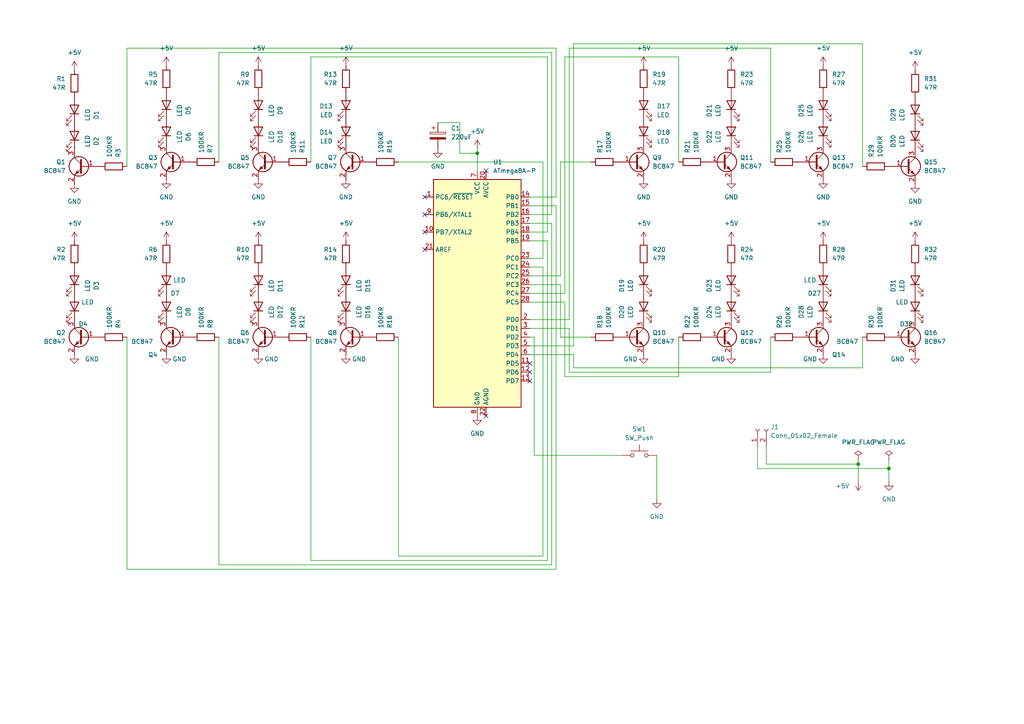
<source format=kicad_sch>
(kicad_sch (version 20211123) (generator eeschema)
  (paper "A4")
  (lib_symbols
    (symbol "Connector:Conn_01x02_Female" (pin_names (offset 1.016) hide)
      (property "Reference" "J" (at 0 2.54 0))
      (property "Value" "Conn_01x02_Female" (at 0 -5.08 0))
      (symbol "Conn_01x02_Female_1_1"
        (arc (start 0 -2.032) (mid -0.508 -2.54) (end 0 -3.048) (stroke (width 0.1524)))
        (polyline (pts (xy -1.27 -2.54) (xy -0.508 -2.54)) (stroke (width 0.1524)))
        (polyline (pts (xy -1.27 0) (xy -0.508 0)) (stroke (width 0.1524)))
        (arc (start 0 0.508) (mid -0.508 0) (end 0 -0.508) (stroke (width 0.1524)))
        (pin passive line (at -5.08 0 0) (length 3.81) (name "Pin_1") (number "1"))
        (pin passive line (at -5.08 -2.54 0) (length 3.81) (name "Pin_2") (number "2"))
      )
    )
    (symbol "Device:C_Polarized" (pin_numbers hide) (pin_names (offset 0.254))
      (property "Reference" "C" (at 0.635 2.54 0))
      (property "Value" "C_Polarized" (at 0.635 -2.54 0))
      (symbol "C_Polarized_0_1"
        (rectangle (start -2.286 0.508) (end 2.286 1.016))
        (polyline (pts (xy -1.778 2.286) (xy -0.762 2.286)))
        (polyline (pts (xy -1.27 2.794) (xy -1.27 1.778)))
        (rectangle (start 2.286 -0.508) (end -2.286 -1.016) (fill (type outline)))
      )
      (symbol "C_Polarized_1_1"
        (pin passive line (at 0 3.81 270) (length 2.794) (name "~") (number "1"))
        (pin passive line (at 0 -3.81 90) (length 2.794) (name "~") (number "2"))
      )
    )
    (symbol "Device:LED" (pin_numbers hide) (pin_names (offset 1.016) hide)
      (property "Reference" "D" (at 0 2.54 0))
      (property "Value" "LED" (at 0 -2.54 0))
      (symbol "LED_0_1"
        (polyline (pts (xy -1.27 -1.27) (xy -1.27 1.27)) (stroke (width 0.254)))
        (polyline (pts (xy -1.27 0) (xy 1.27 0)))
        (polyline (pts (xy 1.27 -1.27) (xy 1.27 1.27) (xy -1.27 0) (xy 1.27 -1.27)) (stroke (width 0.254)))
        (polyline (pts (xy -3.048 -0.762) (xy -4.572 -2.286) (xy -3.81 -2.286) (xy -4.572 -2.286) (xy -4.572 -1.524)))
        (polyline (pts (xy -1.778 -0.762) (xy -3.302 -2.286) (xy -2.54 -2.286) (xy -3.302 -2.286) (xy -3.302 -1.524)))
      )
      (symbol "LED_1_1"
        (pin passive line (at -3.81 0 0) (length 2.54) (name "K") (number "1"))
        (pin passive line (at 3.81 0 180) (length 2.54) (name "A") (number "2"))
      )
    )
    (symbol "Device:R" (pin_numbers hide) (pin_names (offset 0))
      (property "Reference" "R" (at 2.032 0 90))
      (property "Value" "R" (at 0 0 90))
      (symbol "R_0_1"
        (rectangle (start -1.016 -2.54) (end 1.016 2.54) (stroke (width 0.254)))
      )
      (symbol "R_1_1"
        (pin passive line (at 0 3.81 270) (length 1.27) (name "~") (number "1"))
        (pin passive line (at 0 -3.81 90) (length 1.27) (name "~") (number "2"))
      )
    )
    (symbol "MCU_Microchip_ATmega:ATmega8A-P"
      (property "Reference" "U" (at -12.7 34.29 0))
      (property "Value" "ATmega8A-P" (at 5.08 -34.29 0))
      (symbol "ATmega8A-P_0_1"
        (rectangle (start -12.7 -33.02) (end 12.7 33.02) (stroke (width 0.254)) (fill (type background)))
      )
      (symbol "ATmega8A-P_1_1"
        (pin bidirectional line (at -15.24 27.94 0) (length 2.54) (name "PC6/~{RESET}") (number "1"))
        (pin bidirectional line (at -15.24 17.78 0) (length 2.54) (name "PB7/XTAL2") (number "10"))
        (pin bidirectional line (at 15.24 -20.32 180) (length 2.54) (name "PD5") (number "11"))
        (pin bidirectional line (at 15.24 -22.86 180) (length 2.54) (name "PD6") (number "12"))
        (pin bidirectional line (at 15.24 -25.4 180) (length 2.54) (name "PD7") (number "13"))
        (pin bidirectional line (at 15.24 27.94 180) (length 2.54) (name "PB0") (number "14"))
        (pin bidirectional line (at 15.24 25.4 180) (length 2.54) (name "PB1") (number "15"))
        (pin bidirectional line (at 15.24 22.86 180) (length 2.54) (name "PB2") (number "16"))
        (pin bidirectional line (at 15.24 20.32 180) (length 2.54) (name "PB3") (number "17"))
        (pin bidirectional line (at 15.24 17.78 180) (length 2.54) (name "PB4") (number "18"))
        (pin bidirectional line (at 15.24 15.24 180) (length 2.54) (name "PB5") (number "19"))
        (pin bidirectional line (at 15.24 -7.62 180) (length 2.54) (name "PD0") (number "2"))
        (pin power_in line (at 2.54 35.56 270) (length 2.54) (name "AVCC") (number "20"))
        (pin passive line (at -15.24 12.7 0) (length 2.54) (name "AREF") (number "21"))
        (pin power_in line (at 2.54 -35.56 90) (length 2.54) (name "AGND") (number "22"))
        (pin bidirectional line (at 15.24 10.16 180) (length 2.54) (name "PC0") (number "23"))
        (pin bidirectional line (at 15.24 7.62 180) (length 2.54) (name "PC1") (number "24"))
        (pin bidirectional line (at 15.24 5.08 180) (length 2.54) (name "PC2") (number "25"))
        (pin bidirectional line (at 15.24 2.54 180) (length 2.54) (name "PC3") (number "26"))
        (pin bidirectional line (at 15.24 0 180) (length 2.54) (name "PC4") (number "27"))
        (pin bidirectional line (at 15.24 -2.54 180) (length 2.54) (name "PC5") (number "28"))
        (pin bidirectional line (at 15.24 -10.16 180) (length 2.54) (name "PD1") (number "3"))
        (pin bidirectional line (at 15.24 -12.7 180) (length 2.54) (name "PD2") (number "4"))
        (pin bidirectional line (at 15.24 -15.24 180) (length 2.54) (name "PD3") (number "5"))
        (pin bidirectional line (at 15.24 -17.78 180) (length 2.54) (name "PD4") (number "6"))
        (pin power_in line (at 0 35.56 270) (length 2.54) (name "VCC") (number "7"))
        (pin power_in line (at 0 -35.56 90) (length 2.54) (name "GND") (number "8"))
        (pin bidirectional line (at -15.24 22.86 0) (length 2.54) (name "PB6/XTAL1") (number "9"))
      )
    )
    (symbol "Switch:SW_Push" (pin_numbers hide) (pin_names (offset 1.016) hide)
      (property "Reference" "SW" (at 1.27 2.54 0))
      (property "Value" "SW_Push" (at 0 -1.524 0))
      (symbol "SW_Push_0_1"
        (circle (center -2.032 0) (radius 0.508))
        (polyline (pts (xy 0 1.27) (xy 0 3.048)))
        (polyline (pts (xy 2.54 1.27) (xy -2.54 1.27)))
        (circle (center 2.032 0) (radius 0.508))
        (pin passive line (at -5.08 0 0) (length 2.54) (name "1") (number "1"))
        (pin passive line (at 5.08 0 180) (length 2.54) (name "2") (number "2"))
      )
    )
    (symbol "Transistor_BJT:BC847" (pin_names (offset 0) hide)
      (property "Reference" "Q" (at 5.08 1.905 0))
      (property "Value" "BC847" (at 5.08 0 0))
      (symbol "BC847_0_1"
        (polyline (pts (xy 0.635 0.635) (xy 2.54 2.54)))
        (polyline (pts (xy 0.635 -0.635) (xy 2.54 -2.54) (xy 2.54 -2.54)))
        (polyline (pts (xy 0.635 1.905) (xy 0.635 -1.905) (xy 0.635 -1.905)) (stroke (width 0.508)))
        (polyline (pts (xy 1.27 -1.778) (xy 1.778 -1.27) (xy 2.286 -2.286) (xy 1.27 -1.778) (xy 1.27 -1.778)) (fill (type outline)))
        (circle (center 1.27 0) (radius 2.8194) (stroke (width 0.254)))
      )
      (symbol "BC847_1_1"
        (pin input line (at -5.08 0 0) (length 5.715) (name "B") (number "1"))
        (pin passive line (at 2.54 -5.08 90) (length 2.54) (name "E") (number "2"))
        (pin passive line (at 2.54 5.08 270) (length 2.54) (name "C") (number "3"))
      )
    )
    (symbol "power:+5V" (power) (pin_names (offset 0))
      (property "Value" "+5V" (at 0 3.556 0))
      (symbol "+5V_0_1"
        (polyline (pts (xy -0.762 1.27) (xy 0 2.54)))
        (polyline (pts (xy 0 0) (xy 0 2.54)))
        (polyline (pts (xy 0 2.54) (xy 0.762 1.27)))
      )
      (symbol "+5V_1_1"
        (pin power_in line (at 0 0 90) (length 0) hide (name "+5V") (number "1"))
      )
    )
    (symbol "power:GND" (power) (pin_names (offset 0))
      (property "Value" "GND" (at 0 -3.81 0))
      (symbol "GND_0_1"
        (polyline (pts (xy 0 0) (xy 0 -1.27) (xy 1.27 -1.27) (xy 0 -2.54) (xy -1.27 -1.27) (xy 0 -1.27)))
      )
      (symbol "GND_1_1"
        (pin power_in line (at 0 0 270) (length 0) hide (name "GND") (number "1"))
      )
    )
    (symbol "power:PWR_FLAG" (power) (pin_numbers hide) (pin_names (offset 0) hide)
      (property "Value" "PWR_FLAG" (at 0 3.81 0))
      (symbol "PWR_FLAG_0_0"
        (pin power_out line (at 0 0 90) (length 0) (name "pwr") (number "1"))
      )
      (symbol "PWR_FLAG_0_1"
        (polyline (pts (xy 0 0) (xy 0 1.27) (xy -1.016 1.905) (xy 0 2.54) (xy 1.016 1.905) (xy 0 1.27)))
      )
    )
  )
  (junction (at 248.92 134.62))
  (junction (at 138.43 44.45))
  (junction (at 257.81 135.89))
  (no_connect (at 123.19 72.39))
  (no_connect (at 140.97 120.65))
  (no_connect (at 123.19 57.15))
  (no_connect (at 123.19 62.23))
  (no_connect (at 123.19 67.31))
  (no_connect (at 140.97 49.53))
  (no_connect (at 153.67 105.41))
  (no_connect (at 153.67 107.95))
  (no_connect (at 153.67 110.49))
  (wire (pts (xy 250.19 106.68) (xy 250.19 97.79)))
  (wire (pts (xy 163.83 109.22) (xy 196.85 109.22)))
  (wire (pts (xy 161.29 165.1) (xy 36.83 165.1)))
  (wire (pts (xy 165.1 13.97) (xy 223.52 13.97)))
  (wire (pts (xy 257.81 133.35) (xy 257.81 135.89)))
  (wire (pts (xy 165.1 107.95) (xy 223.52 107.95)))
  (wire (pts (xy 219.71 135.89) (xy 257.81 135.89)))
  (wire (pts (xy 161.29 59.69) (xy 161.29 165.1)))
  (wire (pts (xy 160.02 163.83) (xy 63.5 163.83)))
  (wire (pts (xy 166.37 102.87) (xy 153.67 102.87)))
  (wire (pts (xy 90.17 16.51) (xy 90.17 46.99)))
  (wire (pts (xy 133.35 44.45) (xy 138.43 44.45)))
  (wire (pts (xy 158.75 67.31) (xy 158.75 16.51)))
  (wire (pts (xy 180.34 132.08) (xy 154.94 132.08)))
  (wire (pts (xy 196.85 109.22) (xy 196.85 97.79)))
  (wire (pts (xy 161.29 13.97) (xy 36.83 13.97)))
  (wire (pts (xy 153.67 92.71) (xy 165.1 92.71)))
  (wire (pts (xy 165.1 107.95) (xy 165.1 95.25)))
  (wire (pts (xy 163.83 85.09) (xy 153.67 85.09)))
  (wire (pts (xy 219.71 129.54) (xy 219.71 135.89)))
  (wire (pts (xy 248.92 133.35) (xy 248.92 134.62)))
  (wire (pts (xy 90.17 16.51) (xy 158.75 16.51)))
  (wire (pts (xy 161.29 57.15) (xy 161.29 13.97)))
  (wire (pts (xy 223.52 107.95) (xy 223.52 97.79)))
  (wire (pts (xy 63.5 15.24) (xy 63.5 46.99)))
  (wire (pts (xy 154.94 132.08) (xy 154.94 97.79)))
  (wire (pts (xy 157.48 77.47) (xy 153.67 77.47)))
  (wire (pts (xy 115.57 97.79) (xy 115.57 161.29)))
  (wire (pts (xy 36.83 13.97) (xy 36.83 48.26)))
  (wire (pts (xy 158.75 162.56) (xy 90.17 162.56)))
  (wire (pts (xy 163.83 87.63) (xy 153.67 87.63)))
  (wire (pts (xy 154.94 97.79) (xy 153.67 97.79)))
  (wire (pts (xy 190.5 132.08) (xy 190.5 144.78)))
  (wire (pts (xy 257.81 135.89) (xy 257.81 139.7)))
  (wire (pts (xy 153.67 74.93) (xy 157.48 74.93)))
  (wire (pts (xy 160.02 62.23) (xy 160.02 15.24)))
  (wire (pts (xy 166.37 106.68) (xy 250.19 106.68)))
  (wire (pts (xy 166.37 106.68) (xy 166.37 102.87)))
  (wire (pts (xy 196.85 16.51) (xy 196.85 46.99)))
  (wire (pts (xy 223.52 13.97) (xy 223.52 46.99)))
  (wire (pts (xy 157.48 74.93) (xy 157.48 46.99)))
  (wire (pts (xy 153.67 67.31) (xy 158.75 67.31)))
  (wire (pts (xy 138.43 44.45) (xy 138.43 49.53)))
  (wire (pts (xy 90.17 97.79) (xy 90.17 162.56)))
  (wire (pts (xy 160.02 15.24) (xy 63.5 15.24)))
  (wire (pts (xy 36.83 97.79) (xy 36.83 165.1)))
  (wire (pts (xy 160.02 64.77) (xy 153.67 64.77)))
  (wire (pts (xy 165.1 13.97) (xy 165.1 92.71)))
  (wire (pts (xy 222.25 134.62) (xy 248.92 134.62)))
  (wire (pts (xy 163.83 16.51) (xy 163.83 85.09)))
  (wire (pts (xy 127 35.56) (xy 133.35 35.56)))
  (wire (pts (xy 162.56 97.79) (xy 162.56 82.55)))
  (wire (pts (xy 166.37 12.7) (xy 166.37 100.33)))
  (wire (pts (xy 63.5 97.79) (xy 63.5 163.83)))
  (wire (pts (xy 222.25 129.54) (xy 222.25 134.62)))
  (wire (pts (xy 133.35 35.56) (xy 133.35 44.45)))
  (wire (pts (xy 171.45 46.99) (xy 162.56 46.99)))
  (wire (pts (xy 162.56 80.01) (xy 153.67 80.01)))
  (wire (pts (xy 166.37 100.33) (xy 153.67 100.33)))
  (wire (pts (xy 153.67 62.23) (xy 160.02 62.23)))
  (wire (pts (xy 115.57 161.29) (xy 157.48 161.29)))
  (wire (pts (xy 162.56 82.55) (xy 153.67 82.55)))
  (wire (pts (xy 158.75 69.85) (xy 153.67 69.85)))
  (wire (pts (xy 153.67 57.15) (xy 161.29 57.15)))
  (wire (pts (xy 248.92 134.62) (xy 248.92 139.7)))
  (wire (pts (xy 157.48 77.47) (xy 157.48 161.29)))
  (wire (pts (xy 157.48 46.99) (xy 115.57 46.99)))
  (wire (pts (xy 153.67 59.69) (xy 161.29 59.69)))
  (wire (pts (xy 138.43 43.18) (xy 138.43 44.45)))
  (wire (pts (xy 163.83 109.22) (xy 163.83 87.63)))
  (wire (pts (xy 163.83 16.51) (xy 196.85 16.51)))
  (wire (pts (xy 171.45 97.79) (xy 162.56 97.79)))
  (wire (pts (xy 160.02 64.77) (xy 160.02 163.83)))
  (wire (pts (xy 158.75 69.85) (xy 158.75 162.56)))
  (wire (pts (xy 165.1 95.25) (xy 153.67 95.25)))
  (wire (pts (xy 162.56 46.99) (xy 162.56 80.01)))
  (wire (pts (xy 166.37 12.7) (xy 250.19 12.7)))
  (wire (pts (xy 250.19 12.7) (xy 250.19 48.26)))
  (symbol (lib_id "Device:LED") (at 186.69 38.1 90) (unit 1)
    (property "Reference" "D18" (at 190.5 38.4174 90) (effects (justify right)))
    (property "Value" "LED" (at 190.5 40.9574 90) (effects (justify right)))
    (property "Footprint" "LED_SMD:LED_1210_3225Metric_Pad1.42x2.65mm_HandSolder" (effects hide))
  )
  (symbol (lib_id "Transistor_BJT:BC847") (at 50.8 46.99 0) (mirror y) (unit 1)
    (property "Reference" "Q3" (at 45.72 45.7199 0) (effects (justify left)))
    (property "Value" "BC847" (at 45.72 48.2599 0) (effects (justify left)))
    (property "Footprint" "Package_TO_SOT_SMD:SOT-23" (effects hide))
    (property "Datasheet" "http://www.infineon.com/dgdl/Infineon-BC847SERIES_BC848SERIES_BC849SERIES_BC850SERIES-DS-v01_01-en.pdf?fileId=db3a304314dca389011541d4630a1657" (effects hide))
  )
  (symbol (lib_id "Device:R") (at 186.69 22.86 0) (unit 1)
    (property "Reference" "R19" (at 189.23 21.5899 0) (effects (justify left)))
    (property "Value" "47R" (at 189.23 24.1299 0) (effects (justify left)))
    (property "Footprint" "Resistor_SMD:R_1206_3216Metric_Pad1.30x1.75mm_HandSolder" (effects hide))
  )
  (symbol (lib_id "power:GND") (at 138.43 120.65 0) (unit 1)
    (property "Reference" "#PWR0117" (effects hide))
    (property "Value" "GND" (at 138.43 125.73 0))
  )
  (symbol (lib_id "Device:LED") (at 21.59 31.75 270) (mirror x) (unit 1)
    (property "Reference" "D1" (at 27.94 33.3375 0))
    (property "Value" "LED" (at 25.4 33.3375 0))
    (property "Footprint" "LED_SMD:LED_1210_3225Metric_Pad1.42x2.65mm_HandSolder" (effects hide))
  )
  (symbol (lib_id "Transistor_BJT:BC847") (at 236.22 97.79 0) (unit 1)
    (property "Reference" "Q14" (at 241.3 102.87 0) (effects (justify left)))
    (property "Value" "BC847" (at 242.57 99.06 0) (effects (justify left)))
    (property "Footprint" "Package_TO_SOT_SMD:SOT-23" (effects hide))
    (property "Datasheet" "http://www.infineon.com/dgdl/Infineon-BC847SERIES_BC848SERIES_BC849SERIES_BC850SERIES-DS-v01_01-en.pdf?fileId=db3a304314dca389011541d4630a1657" (effects hide))
  )
  (symbol (lib_id "power:+5V") (at 248.92 139.7 0) (mirror x) (unit 1)
    (property "Reference" "#PWR0119" (effects hide))
    (property "Value" "+5V" (at 246.38 140.9699 0) (effects (justify right)))
  )
  (symbol (lib_id "power:+5V") (at 138.43 43.18 0) (unit 1)
    (property "Reference" "#PWR0107" (effects hide))
    (property "Value" "+5V" (at 138.43 38.1 0))
  )
  (symbol (lib_id "power:GND") (at 100.33 52.07 0) (mirror y) (unit 1)
    (property "Reference" "#PWR014" (effects hide))
    (property "Value" "GND" (at 100.33 57.15 0))
  )
  (symbol (lib_id "Device:LED") (at 48.26 81.28 270) (mirror x) (unit 1)
    (property "Reference" "D7" (at 50.8 85.09 90))
    (property "Value" "LED" (at 52.07 81.28 90))
    (property "Footprint" "LED_SMD:LED_1210_3225Metric_Pad1.42x2.65mm_HandSolder" (effects hide))
  )
  (symbol (lib_id "Connector:Conn_01x02_Female") (at 219.71 124.46 90) (unit 1)
    (property "Reference" "J1" (at 223.52 123.8249 90) (effects (justify right)))
    (property "Value" "Conn_01x02_Female" (at 223.52 126.3649 90) (effects (justify right)))
    (property "Footprint" "Connector_Wire:SolderWire-2.5sqmm_1x02_P7.2mm_D2.4mm_OD3.6mm" (effects hide))
  )
  (symbol (lib_id "Device:R") (at 100.33 73.66 0) (mirror y) (unit 1)
    (property "Reference" "R14" (at 97.79 72.3899 0) (effects (justify left)))
    (property "Value" "47R" (at 97.79 74.9299 0) (effects (justify left)))
    (property "Footprint" "Resistor_SMD:R_1206_3216Metric_Pad1.30x1.75mm_HandSolder" (effects hide))
  )
  (symbol (lib_id "Transistor_BJT:BC847") (at 184.15 46.99 0) (unit 1)
    (property "Reference" "Q9" (at 189.23 45.7199 0) (effects (justify left)))
    (property "Value" "BC847" (at 189.23 48.2599 0) (effects (justify left)))
    (property "Footprint" "Package_TO_SOT_SMD:SOT-23" (effects hide))
    (property "Datasheet" "http://www.infineon.com/dgdl/Infineon-BC847SERIES_BC848SERIES_BC849SERIES_BC850SERIES-DS-v01_01-en.pdf?fileId=db3a304314dca389011541d4630a1657" (effects hide))
  )
  (symbol (lib_id "Transistor_BJT:BC847") (at 102.87 97.79 0) (mirror y) (unit 1)
    (property "Reference" "Q8" (at 97.79 96.5199 0) (effects (justify left)))
    (property "Value" "BC847" (at 97.79 99.0599 0) (effects (justify left)))
    (property "Footprint" "Package_TO_SOT_SMD:SOT-23" (effects hide))
    (property "Datasheet" "http://www.infineon.com/dgdl/Infineon-BC847SERIES_BC848SERIES_BC849SERIES_BC850SERIES-DS-v01_01-en.pdf?fileId=db3a304314dca389011541d4630a1657" (effects hide))
  )
  (symbol (lib_id "Transistor_BJT:BC847") (at 50.8 97.79 0) (mirror y) (unit 1)
    (property "Reference" "Q4" (at 45.72 102.87 0) (effects (justify left)))
    (property "Value" "BC847" (at 44.45 99.06 0) (effects (justify left)))
    (property "Footprint" "Package_TO_SOT_SMD:SOT-23" (effects hide))
    (property "Datasheet" "http://www.infineon.com/dgdl/Infineon-BC847SERIES_BC848SERIES_BC849SERIES_BC850SERIES-DS-v01_01-en.pdf?fileId=db3a304314dca389011541d4630a1657" (effects hide))
  )
  (symbol (lib_id "Device:R") (at 200.66 97.79 90) (unit 1)
    (property "Reference" "R22" (at 199.3899 95.25 0) (effects (justify left)))
    (property "Value" "100KR" (at 201.9299 95.25 0) (effects (justify left)))
    (property "Footprint" "Resistor_SMD:R_1206_3216Metric_Pad1.30x1.75mm_HandSolder" (effects hide))
  )
  (symbol (lib_id "Device:R") (at 175.26 46.99 90) (unit 1)
    (property "Reference" "R17" (at 173.9899 44.45 0) (effects (justify left)))
    (property "Value" "100KR" (at 176.5299 44.45 0) (effects (justify left)))
    (property "Footprint" "Resistor_SMD:R_1206_3216Metric_Pad1.30x1.75mm_HandSolder" (effects hide))
  )
  (symbol (lib_id "power:GND") (at 74.93 52.07 0) (mirror y) (unit 1)
    (property "Reference" "#PWR010" (effects hide))
    (property "Value" "GND" (at 74.93 57.15 0))
  )
  (symbol (lib_id "Transistor_BJT:BC847") (at 184.15 97.79 0) (unit 1)
    (property "Reference" "Q10" (at 189.23 96.5199 0) (effects (justify left)))
    (property "Value" "BC847" (at 189.23 99.0599 0) (effects (justify left)))
    (property "Footprint" "Package_TO_SOT_SMD:SOT-23" (effects hide))
    (property "Datasheet" "http://www.infineon.com/dgdl/Infineon-BC847SERIES_BC848SERIES_BC849SERIES_BC850SERIES-DS-v01_01-en.pdf?fileId=db3a304314dca389011541d4630a1657" (effects hide))
  )
  (symbol (lib_id "Transistor_BJT:BC847") (at 24.13 48.26 0) (mirror y) (unit 1)
    (property "Reference" "Q1" (at 19.05 46.9899 0) (effects (justify left)))
    (property "Value" "BC847" (at 19.05 49.5299 0) (effects (justify left)))
    (property "Footprint" "Package_TO_SOT_SMD:SOT-23" (effects hide))
    (property "Datasheet" "http://www.infineon.com/dgdl/Infineon-BC847SERIES_BC848SERIES_BC849SERIES_BC850SERIES-DS-v01_01-en.pdf?fileId=db3a304314dca389011541d4630a1657" (effects hide))
  )
  (symbol (lib_id "power:+5V") (at 186.69 19.05 0) (unit 1)
    (property "Reference" "#PWR0101" (effects hide))
    (property "Value" "+5V" (at 186.69 13.97 0))
  )
  (symbol (lib_id "power:+5V") (at 48.26 69.85 0) (unit 1)
    (property "Reference" "#PWR0103" (effects hide))
    (property "Value" "+5V" (at 48.26 64.77 0))
  )
  (symbol (lib_id "Device:LED") (at 186.69 30.48 90) (unit 1)
    (property "Reference" "D17" (at 190.5 30.7974 90) (effects (justify right)))
    (property "Value" "LED" (at 190.5 33.3374 90) (effects (justify right)))
    (property "Footprint" "LED_SMD:LED_1210_3225Metric_Pad1.42x2.65mm_HandSolder" (effects hide))
  )
  (symbol (lib_id "Device:LED") (at 186.69 88.9 90) (unit 1)
    (property "Reference" "D20" (at 180.34 90.4875 0))
    (property "Value" "LED" (at 182.88 90.4875 0))
    (property "Footprint" "LED_SMD:LED_1210_3225Metric_Pad1.42x2.65mm_HandSolder" (effects hide))
  )
  (symbol (lib_id "power:GND") (at 48.26 102.87 0) (mirror y) (unit 1)
    (property "Reference" "#PWR08" (effects hide))
    (property "Value" "GND" (at 52.07 104.14 0))
  )
  (symbol (lib_id "power:GND") (at 74.93 102.87 0) (mirror y) (unit 1)
    (property "Reference" "#PWR012" (effects hide))
    (property "Value" "GND" (at 78.74 104.14 0))
  )
  (symbol (lib_id "Device:LED") (at 48.26 88.9 270) (mirror x) (unit 1)
    (property "Reference" "D8" (at 54.61 90.4875 0))
    (property "Value" "LED" (at 52.07 90.4875 0))
    (property "Footprint" "LED_SMD:LED_1210_3225Metric_Pad1.42x2.65mm_HandSolder" (effects hide))
  )
  (symbol (lib_id "Device:R") (at 111.76 46.99 270) (mirror x) (unit 1)
    (property "Reference" "R15" (at 113.0301 44.45 0) (effects (justify left)))
    (property "Value" "100KR" (at 110.4901 44.45 0) (effects (justify left)))
    (property "Footprint" "Resistor_SMD:R_1206_3216Metric_Pad1.30x1.75mm_HandSolder" (effects hide))
  )
  (symbol (lib_id "Transistor_BJT:BC847") (at 209.55 97.79 0) (unit 1)
    (property "Reference" "Q12" (at 214.63 96.5199 0) (effects (justify left)))
    (property "Value" "BC847" (at 214.63 99.0599 0) (effects (justify left)))
    (property "Footprint" "Package_TO_SOT_SMD:SOT-23" (effects hide))
    (property "Datasheet" "http://www.infineon.com/dgdl/Infineon-BC847SERIES_BC848SERIES_BC849SERIES_BC850SERIES-DS-v01_01-en.pdf?fileId=db3a304314dca389011541d4630a1657" (effects hide))
  )
  (symbol (lib_id "power:+5V") (at 74.93 69.85 0) (unit 1)
    (property "Reference" "#PWR0118" (effects hide))
    (property "Value" "+5V" (at 74.93 64.77 0))
  )
  (symbol (lib_id "Device:R") (at 212.09 22.86 0) (unit 1)
    (property "Reference" "R23" (at 214.63 21.5899 0) (effects (justify left)))
    (property "Value" "47R" (at 214.63 24.1299 0) (effects (justify left)))
    (property "Footprint" "Resistor_SMD:R_1206_3216Metric_Pad1.30x1.75mm_HandSolder" (effects hide))
  )
  (symbol (lib_id "Device:R") (at 227.33 46.99 90) (unit 1)
    (property "Reference" "R25" (at 226.0599 44.45 0) (effects (justify left)))
    (property "Value" "100KR" (at 228.5999 44.45 0) (effects (justify left)))
    (property "Footprint" "Resistor_SMD:R_1206_3216Metric_Pad1.30x1.75mm_HandSolder" (effects hide))
  )
  (symbol (lib_id "power:+5V") (at 212.09 69.85 0) (unit 1)
    (property "Reference" "#PWR0105" (effects hide))
    (property "Value" "+5V" (at 212.09 64.77 0))
  )
  (symbol (lib_id "Transistor_BJT:BC847") (at 77.47 46.99 0) (mirror y) (unit 1)
    (property "Reference" "Q5" (at 72.39 45.7199 0) (effects (justify left)))
    (property "Value" "BC847" (at 72.39 48.2599 0) (effects (justify left)))
    (property "Footprint" "Package_TO_SOT_SMD:SOT-23" (effects hide))
    (property "Datasheet" "http://www.infineon.com/dgdl/Infineon-BC847SERIES_BC848SERIES_BC849SERIES_BC850SERIES-DS-v01_01-en.pdf?fileId=db3a304314dca389011541d4630a1657" (effects hide))
  )
  (symbol (lib_id "power:GND") (at 212.09 102.87 0) (unit 1)
    (property "Reference" "#PWR026" (effects hide))
    (property "Value" "GND" (at 208.28 104.14 0))
  )
  (symbol (lib_id "power:+5V") (at 21.59 69.85 0) (unit 1)
    (property "Reference" "#PWR0102" (effects hide))
    (property "Value" "+5V" (at 21.59 64.77 0))
  )
  (symbol (lib_id "Device:LED") (at 212.09 38.1 90) (unit 1)
    (property "Reference" "D22" (at 205.74 39.6875 0))
    (property "Value" "LED" (at 208.28 39.6875 0))
    (property "Footprint" "LED_SMD:LED_1210_3225Metric_Pad1.42x2.65mm_HandSolder" (effects hide))
  )
  (symbol (lib_id "Device:LED") (at 74.93 30.48 270) (mirror x) (unit 1)
    (property "Reference" "D9" (at 81.28 32.0675 0))
    (property "Value" "LED" (at 78.74 32.0675 0))
    (property "Footprint" "LED_SMD:LED_1210_3225Metric_Pad1.42x2.65mm_HandSolder" (effects hide))
  )
  (symbol (lib_id "Device:R") (at 227.33 97.79 90) (unit 1)
    (property "Reference" "R26" (at 226.0599 95.25 0) (effects (justify left)))
    (property "Value" "100KR" (at 228.5999 95.25 0) (effects (justify left)))
    (property "Footprint" "Resistor_SMD:R_1206_3216Metric_Pad1.30x1.75mm_HandSolder" (effects hide))
  )
  (symbol (lib_id "power:+5V") (at 265.43 69.85 0) (unit 1)
    (property "Reference" "#PWR0113" (effects hide))
    (property "Value" "+5V" (at 265.43 64.77 0))
  )
  (symbol (lib_id "Device:LED") (at 48.26 38.1 270) (mirror x) (unit 1)
    (property "Reference" "D6" (at 54.61 39.6875 0))
    (property "Value" "LED" (at 52.07 39.6875 0))
    (property "Footprint" "LED_SMD:LED_1210_3225Metric_Pad1.42x2.65mm_HandSolder" (effects hide))
  )
  (symbol (lib_id "power:GND") (at 190.5 144.78 0) (unit 1)
    (property "Reference" "#PWR022" (effects hide))
    (property "Value" "GND" (at 190.5 149.86 0))
  )
  (symbol (lib_id "Device:LED") (at 238.76 88.9 90) (unit 1)
    (property "Reference" "D28" (at 232.41 90.4875 0))
    (property "Value" "LED" (at 234.95 90.4875 0))
    (property "Footprint" "LED_SMD:LED_1210_3225Metric_Pad1.42x2.65mm_HandSolder" (effects hide))
  )
  (symbol (lib_id "Device:LED") (at 100.33 88.9 270) (mirror x) (unit 1)
    (property "Reference" "D16" (at 106.68 90.4875 0))
    (property "Value" "LED" (at 104.14 90.4875 0))
    (property "Footprint" "LED_SMD:LED_1210_3225Metric_Pad1.42x2.65mm_HandSolder" (effects hide))
  )
  (symbol (lib_id "Device:LED") (at 265.43 88.9 90) (unit 1)
    (property "Reference" "D32" (at 262.89 93.98 90))
    (property "Value" "LED" (at 261.62 87.63 90))
    (property "Footprint" "LED_SMD:LED_1210_3225Metric_Pad1.42x2.65mm_HandSolder" (effects hide))
  )
  (symbol (lib_id "Device:LED") (at 265.43 39.37 90) (unit 1)
    (property "Reference" "D30" (at 259.08 40.9575 0))
    (property "Value" "LED" (at 261.62 40.9575 0))
    (property "Footprint" "LED_SMD:LED_1210_3225Metric_Pad1.42x2.65mm_HandSolder" (effects hide))
  )
  (symbol (lib_id "power:GND") (at 257.81 139.7 0) (unit 1)
    (property "Reference" "#PWR0120" (effects hide))
    (property "Value" "GND" (at 257.81 144.78 0))
  )
  (symbol (lib_id "Transistor_BJT:BC847") (at 77.47 97.79 0) (mirror y) (unit 1)
    (property "Reference" "Q6" (at 72.39 96.5199 0) (effects (justify left)))
    (property "Value" "BC847" (at 72.39 99.0599 0) (effects (justify left)))
    (property "Footprint" "Package_TO_SOT_SMD:SOT-23" (effects hide))
    (property "Datasheet" "http://www.infineon.com/dgdl/Infineon-BC847SERIES_BC848SERIES_BC849SERIES_BC850SERIES-DS-v01_01-en.pdf?fileId=db3a304314dca389011541d4630a1657" (effects hide))
  )
  (symbol (lib_id "Device:R") (at 254 48.26 90) (unit 1)
    (property "Reference" "R29" (at 252.7299 45.72 0) (effects (justify left)))
    (property "Value" "100KR" (at 255.2699 45.72 0) (effects (justify left)))
    (property "Footprint" "Resistor_SMD:R_1206_3216Metric_Pad1.30x1.75mm_HandSolder" (effects hide))
  )
  (symbol (lib_id "Device:LED") (at 238.76 30.48 90) (unit 1)
    (property "Reference" "D25" (at 232.41 32.0675 0))
    (property "Value" "LED" (at 234.95 32.0675 0))
    (property "Footprint" "LED_SMD:LED_1210_3225Metric_Pad1.42x2.65mm_HandSolder" (effects hide))
  )
  (symbol (lib_id "Device:LED") (at 21.59 39.37 270) (mirror x) (unit 1)
    (property "Reference" "D2" (at 27.94 40.9575 0))
    (property "Value" "LED" (at 25.4 40.9575 0))
    (property "Footprint" "LED_SMD:LED_1210_3225Metric_Pad1.42x2.65mm_HandSolder" (effects hide))
  )
  (symbol (lib_id "power:GND") (at 238.76 52.07 0) (unit 1)
    (property "Reference" "#PWR029" (effects hide))
    (property "Value" "GND" (at 238.76 57.15 0))
  )
  (symbol (lib_id "Device:R") (at 265.43 73.66 0) (unit 1)
    (property "Reference" "R32" (at 267.97 72.3899 0) (effects (justify left)))
    (property "Value" "47R" (at 267.97 74.9299 0) (effects (justify left)))
    (property "Footprint" "Resistor_SMD:R_1206_3216Metric_Pad1.30x1.75mm_HandSolder" (effects hide))
  )
  (symbol (lib_id "Device:LED") (at 265.43 31.75 90) (unit 1)
    (property "Reference" "D29" (at 259.08 33.3375 0))
    (property "Value" "LED" (at 261.62 33.3375 0))
    (property "Footprint" "LED_SMD:LED_1210_3225Metric_Pad1.42x2.65mm_HandSolder" (effects hide))
  )
  (symbol (lib_id "Device:LED") (at 100.33 38.1 270) (mirror x) (unit 1)
    (property "Reference" "D14" (at 96.52 38.4174 90) (effects (justify right)))
    (property "Value" "LED" (at 96.52 40.9574 90) (effects (justify right)))
    (property "Footprint" "LED_SMD:LED_1210_3225Metric_Pad1.42x2.65mm_HandSolder" (effects hide))
  )
  (symbol (lib_id "Device:R") (at 200.66 46.99 90) (unit 1)
    (property "Reference" "R21" (at 199.3899 44.45 0) (effects (justify left)))
    (property "Value" "100KR" (at 201.9299 44.45 0) (effects (justify left)))
    (property "Footprint" "Resistor_SMD:R_1206_3216Metric_Pad1.30x1.75mm_HandSolder" (effects hide))
  )
  (symbol (lib_id "power:GND") (at 100.33 102.87 0) (mirror y) (unit 1)
    (property "Reference" "#PWR016" (effects hide))
    (property "Value" "GND" (at 104.14 104.14 0))
  )
  (symbol (lib_id "Device:LED") (at 21.59 81.28 270) (mirror x) (unit 1)
    (property "Reference" "D3" (at 27.94 82.8675 0))
    (property "Value" "LED" (at 25.4 82.8675 0))
    (property "Footprint" "LED_SMD:LED_1210_3225Metric_Pad1.42x2.65mm_HandSolder" (effects hide))
  )
  (symbol (lib_id "Device:R") (at 175.26 97.79 90) (unit 1)
    (property "Reference" "R18" (at 173.9899 95.25 0) (effects (justify left)))
    (property "Value" "100KR" (at 176.5299 95.25 0) (effects (justify left)))
    (property "Footprint" "Resistor_SMD:R_1206_3216Metric_Pad1.30x1.75mm_HandSolder" (effects hide))
  )
  (symbol (lib_id "Transistor_BJT:BC847") (at 24.13 97.79 0) (mirror y) (unit 1)
    (property "Reference" "Q2" (at 19.05 96.5199 0) (effects (justify left)))
    (property "Value" "BC847" (at 19.05 99.0599 0) (effects (justify left)))
    (property "Footprint" "Package_TO_SOT_SMD:SOT-23" (effects hide))
    (property "Datasheet" "http://www.infineon.com/dgdl/Infineon-BC847SERIES_BC848SERIES_BC849SERIES_BC850SERIES-DS-v01_01-en.pdf?fileId=db3a304314dca389011541d4630a1657" (effects hide))
  )
  (symbol (lib_id "power:+5V") (at 100.33 19.05 0) (unit 1)
    (property "Reference" "#PWR0110" (effects hide))
    (property "Value" "+5V" (at 100.33 13.97 0))
  )
  (symbol (lib_id "power:GND") (at 21.59 102.87 0) (mirror y) (unit 1)
    (property "Reference" "#PWR04" (effects hide))
    (property "Value" "GND" (at 26.67 104.14 0))
  )
  (symbol (lib_id "power:+5V") (at 238.76 19.05 0) (unit 1)
    (property "Reference" "#PWR0111" (effects hide))
    (property "Value" "+5V" (at 238.76 13.97 0))
  )
  (symbol (lib_id "Device:LED") (at 21.59 88.9 270) (mirror x) (unit 1)
    (property "Reference" "D4" (at 24.13 93.98 90))
    (property "Value" "LED" (at 25.4 87.63 90))
    (property "Footprint" "LED_SMD:LED_1210_3225Metric_Pad1.42x2.65mm_HandSolder" (effects hide))
  )
  (symbol (lib_id "Device:R") (at 212.09 73.66 0) (unit 1)
    (property "Reference" "R24" (at 214.63 72.3899 0) (effects (justify left)))
    (property "Value" "47R" (at 214.63 74.9299 0) (effects (justify left)))
    (property "Footprint" "Resistor_SMD:R_1206_3216Metric_Pad1.30x1.75mm_HandSolder" (effects hide))
  )
  (symbol (lib_id "Device:R") (at 48.26 22.86 0) (mirror y) (unit 1)
    (property "Reference" "R5" (at 45.72 21.5899 0) (effects (justify left)))
    (property "Value" "47R" (at 45.72 24.1299 0) (effects (justify left)))
    (property "Footprint" "Resistor_SMD:R_1206_3216Metric_Pad1.30x1.75mm_HandSolder" (effects hide))
  )
  (symbol (lib_id "Device:R") (at 48.26 73.66 0) (mirror y) (unit 1)
    (property "Reference" "R6" (at 45.72 72.3899 0) (effects (justify left)))
    (property "Value" "47R" (at 45.72 74.9299 0) (effects (justify left)))
    (property "Footprint" "Resistor_SMD:R_1206_3216Metric_Pad1.30x1.75mm_HandSolder" (effects hide))
  )
  (symbol (lib_id "Device:R") (at 254 97.79 90) (unit 1)
    (property "Reference" "R30" (at 252.7299 95.25 0) (effects (justify left)))
    (property "Value" "100KR" (at 255.2699 95.25 0) (effects (justify left)))
    (property "Footprint" "Resistor_SMD:R_1206_3216Metric_Pad1.30x1.75mm_HandSolder" (effects hide))
  )
  (symbol (lib_id "Device:R") (at 33.02 48.26 270) (mirror x) (unit 1)
    (property "Reference" "R3" (at 34.2901 45.72 0) (effects (justify left)))
    (property "Value" "100KR" (at 31.7501 45.72 0) (effects (justify left)))
    (property "Footprint" "Resistor_SMD:R_1206_3216Metric_Pad1.30x1.75mm_HandSolder" (effects hide))
  )
  (symbol (lib_id "Device:LED") (at 100.33 30.48 270) (mirror x) (unit 1)
    (property "Reference" "D13" (at 96.52 30.7974 90) (effects (justify right)))
    (property "Value" "LED" (at 96.52 33.3374 90) (effects (justify right)))
    (property "Footprint" "LED_SMD:LED_1210_3225Metric_Pad1.42x2.65mm_HandSolder" (effects hide))
  )
  (symbol (lib_id "power:+5V") (at 238.76 69.85 0) (unit 1)
    (property "Reference" "#PWR0112" (effects hide))
    (property "Value" "+5V" (at 238.76 64.77 0))
  )
  (symbol (lib_id "Device:R") (at 86.36 46.99 270) (mirror x) (unit 1)
    (property "Reference" "R11" (at 87.6301 44.45 0) (effects (justify left)))
    (property "Value" "100KR" (at 85.0901 44.45 0) (effects (justify left)))
    (property "Footprint" "Resistor_SMD:R_1206_3216Metric_Pad1.30x1.75mm_HandSolder" (effects hide))
  )
  (symbol (lib_id "power:GND") (at 238.76 102.87 0) (unit 1)
    (property "Reference" "#PWR031" (effects hide))
    (property "Value" "GND" (at 234.95 104.14 0))
  )
  (symbol (lib_id "power:+5V") (at 21.59 20.32 0) (unit 1)
    (property "Reference" "#PWR0104" (effects hide))
    (property "Value" "+5V" (at 21.59 15.24 0))
  )
  (symbol (lib_id "power:+5V") (at 186.69 69.85 0) (unit 1)
    (property "Reference" "#PWR0106" (effects hide))
    (property "Value" "+5V" (at 186.69 64.77 0))
  )
  (symbol (lib_id "Device:R") (at 74.93 73.66 0) (mirror y) (unit 1)
    (property "Reference" "R10" (at 72.39 72.3899 0) (effects (justify left)))
    (property "Value" "47R" (at 72.39 74.9299 0) (effects (justify left)))
    (property "Footprint" "Resistor_SMD:R_1206_3216Metric_Pad1.30x1.75mm_HandSolder" (effects hide))
  )
  (symbol (lib_id "Device:R") (at 21.59 24.13 0) (mirror y) (unit 1)
    (property "Reference" "R1" (at 19.05 22.8599 0) (effects (justify left)))
    (property "Value" "47R" (at 19.05 25.3999 0) (effects (justify left)))
    (property "Footprint" "Resistor_SMD:R_1206_3216Metric_Pad1.30x1.75mm_HandSolder" (effects hide))
  )
  (symbol (lib_id "Device:LED") (at 74.93 38.1 270) (mirror x) (unit 1)
    (property "Reference" "D10" (at 81.28 39.6875 0))
    (property "Value" "LED" (at 78.74 39.6875 0))
    (property "Footprint" "LED_SMD:LED_1210_3225Metric_Pad1.42x2.65mm_HandSolder" (effects hide))
  )
  (symbol (lib_id "Device:R") (at 59.69 97.79 270) (mirror x) (unit 1)
    (property "Reference" "R8" (at 60.9601 95.25 0) (effects (justify left)))
    (property "Value" "100KR" (at 58.4201 95.25 0) (effects (justify left)))
    (property "Footprint" "Resistor_SMD:R_1206_3216Metric_Pad1.30x1.75mm_HandSolder" (effects hide))
  )
  (symbol (lib_id "Device:R") (at 265.43 24.13 0) (unit 1)
    (property "Reference" "R31" (at 267.97 22.8599 0) (effects (justify left)))
    (property "Value" "47R" (at 267.97 25.3999 0) (effects (justify left)))
    (property "Footprint" "Resistor_SMD:R_1206_3216Metric_Pad1.30x1.75mm_HandSolder" (effects hide))
  )
  (symbol (lib_id "power:GND") (at 265.43 102.87 0) (unit 1)
    (property "Reference" "#PWR037" (effects hide))
    (property "Value" "GND" (at 260.35 104.14 0))
  )
  (symbol (lib_id "Device:LED") (at 186.69 81.28 90) (unit 1)
    (property "Reference" "D19" (at 180.34 82.8675 0))
    (property "Value" "LED" (at 182.88 82.8675 0))
    (property "Footprint" "LED_SMD:LED_1210_3225Metric_Pad1.42x2.65mm_HandSolder" (effects hide))
  )
  (symbol (lib_id "power:GND") (at 186.69 102.87 0) (unit 1)
    (property "Reference" "#PWR021" (effects hide))
    (property "Value" "GND" (at 182.88 104.14 0))
  )
  (symbol (lib_id "power:GND") (at 265.43 53.34 0) (unit 1)
    (property "Reference" "#PWR035" (effects hide))
    (property "Value" "GND" (at 265.43 58.42 0))
  )
  (symbol (lib_id "power:GND") (at 127 43.18 0) (unit 1)
    (property "Reference" "#PWR?" (effects hide))
    (property "Value" "GND" (at 127 48.26 0))
  )
  (symbol (lib_id "Device:LED") (at 212.09 88.9 90) (unit 1)
    (property "Reference" "D24" (at 205.74 90.4875 0))
    (property "Value" "LED" (at 208.28 90.4875 0))
    (property "Footprint" "LED_SMD:LED_1210_3225Metric_Pad1.42x2.65mm_HandSolder" (effects hide))
  )
  (symbol (lib_id "power:PWR_FLAG") (at 257.81 133.35 0) (unit 1)
    (property "Reference" "#FLG0102" (effects hide))
    (property "Value" "PWR_FLAG" (at 257.81 128.27 0))
  )
  (symbol (lib_id "Device:LED") (at 265.43 81.28 90) (unit 1)
    (property "Reference" "D31" (at 259.08 82.8675 0))
    (property "Value" "LED" (at 261.62 82.8675 0))
    (property "Footprint" "LED_SMD:LED_1210_3225Metric_Pad1.42x2.65mm_HandSolder" (effects hide))
  )
  (symbol (lib_id "Device:R") (at 186.69 73.66 0) (unit 1)
    (property "Reference" "R20" (at 189.23 72.3899 0) (effects (justify left)))
    (property "Value" "47R" (at 189.23 74.9299 0) (effects (justify left)))
    (property "Footprint" "Resistor_SMD:R_1206_3216Metric_Pad1.30x1.75mm_HandSolder" (effects hide))
  )
  (symbol (lib_id "Device:R") (at 33.02 97.79 270) (mirror x) (unit 1)
    (property "Reference" "R4" (at 34.2901 95.25 0) (effects (justify left)))
    (property "Value" "100KR" (at 31.7501 95.25 0) (effects (justify left)))
    (property "Footprint" "Resistor_SMD:R_1206_3216Metric_Pad1.30x1.75mm_HandSolder" (effects hide))
  )
  (symbol (lib_id "Device:LED") (at 212.09 30.48 90) (unit 1)
    (property "Reference" "D21" (at 205.74 32.0675 0))
    (property "Value" "LED" (at 208.28 32.0675 0))
    (property "Footprint" "LED_SMD:LED_1210_3225Metric_Pad1.42x2.65mm_HandSolder" (effects hide))
  )
  (symbol (lib_id "power:GND") (at 48.26 52.07 0) (mirror y) (unit 1)
    (property "Reference" "#PWR06" (effects hide))
    (property "Value" "GND" (at 48.26 57.15 0))
  )
  (symbol (lib_id "Transistor_BJT:BC847") (at 236.22 46.99 0) (unit 1)
    (property "Reference" "Q13" (at 241.3 45.7199 0) (effects (justify left)))
    (property "Value" "BC847" (at 241.3 48.2599 0) (effects (justify left)))
    (property "Footprint" "Package_TO_SOT_SMD:SOT-23" (effects hide))
    (property "Datasheet" "http://www.infineon.com/dgdl/Infineon-BC847SERIES_BC848SERIES_BC849SERIES_BC850SERIES-DS-v01_01-en.pdf?fileId=db3a304314dca389011541d4630a1657" (effects hide))
  )
  (symbol (lib_id "Switch:SW_Push") (at 185.42 132.08 0) (unit 1)
    (property "Reference" "SW1" (at 185.42 124.46 0))
    (property "Value" "SW_Push" (at 185.42 127 0))
    (property "Footprint" "Resistor_THT:R_Axial_DIN0207_L6.3mm_D2.5mm_P5.08mm_Vertical" (effects hide))
  )
  (symbol (lib_id "Device:LED") (at 48.26 30.48 270) (mirror x) (unit 1)
    (property "Reference" "D5" (at 54.61 32.0675 0))
    (property "Value" "LED" (at 52.07 32.0675 0))
    (property "Footprint" "LED_SMD:LED_1210_3225Metric_Pad1.42x2.65mm_HandSolder" (effects hide))
  )
  (symbol (lib_id "power:+5V") (at 100.33 69.85 0) (unit 1)
    (property "Reference" "#PWR0116" (effects hide))
    (property "Value" "+5V" (at 100.33 64.77 0))
  )
  (symbol (lib_id "Device:LED") (at 238.76 38.1 90) (unit 1)
    (property "Reference" "D26" (at 232.41 39.6875 0))
    (property "Value" "LED" (at 234.95 39.6875 0))
    (property "Footprint" "LED_SMD:LED_1210_3225Metric_Pad1.42x2.65mm_HandSolder" (effects hide))
  )
  (symbol (lib_id "power:GND") (at 21.59 53.34 0) (mirror y) (unit 1)
    (property "Reference" "#PWR02" (effects hide))
    (property "Value" "GND" (at 21.59 58.42 0))
  )
  (symbol (lib_id "power:+5V") (at 74.93 19.05 0) (unit 1)
    (property "Reference" "#PWR0109" (effects hide))
    (property "Value" "+5V" (at 74.93 13.97 0))
  )
  (symbol (lib_id "Device:R") (at 59.69 46.99 270) (mirror x) (unit 1)
    (property "Reference" "R7" (at 60.9601 44.45 0) (effects (justify left)))
    (property "Value" "100KR" (at 58.4201 44.45 0) (effects (justify left)))
    (property "Footprint" "Resistor_SMD:R_1206_3216Metric_Pad1.30x1.75mm_HandSolder" (effects hide))
  )
  (symbol (lib_id "Device:R") (at 238.76 73.66 0) (unit 1)
    (property "Reference" "R28" (at 241.3 72.3899 0) (effects (justify left)))
    (property "Value" "47R" (at 241.3 74.9299 0) (effects (justify left)))
    (property "Footprint" "Resistor_SMD:R_1206_3216Metric_Pad1.30x1.75mm_HandSolder" (effects hide))
  )
  (symbol (lib_id "power:PWR_FLAG") (at 248.92 133.35 0) (unit 1)
    (property "Reference" "#FLG0101" (effects hide))
    (property "Value" "PWR_FLAG" (at 248.92 128.27 0))
  )
  (symbol (lib_id "Transistor_BJT:BC847") (at 262.89 48.26 0) (unit 1)
    (property "Reference" "Q15" (at 267.97 46.9899 0) (effects (justify left)))
    (property "Value" "BC847" (at 267.97 49.5299 0) (effects (justify left)))
    (property "Footprint" "Package_TO_SOT_SMD:SOT-23" (effects hide))
    (property "Datasheet" "http://www.infineon.com/dgdl/Infineon-BC847SERIES_BC848SERIES_BC849SERIES_BC850SERIES-DS-v01_01-en.pdf?fileId=db3a304314dca389011541d4630a1657" (effects hide))
  )
  (symbol (lib_id "power:GND") (at 212.09 52.07 0) (unit 1)
    (property "Reference" "#PWR024" (effects hide))
    (property "Value" "GND" (at 212.09 57.15 0))
  )
  (symbol (lib_id "Device:LED") (at 212.09 81.28 90) (unit 1)
    (property "Reference" "D23" (at 205.74 82.8675 0))
    (property "Value" "LED" (at 208.28 82.8675 0))
    (property "Footprint" "LED_SMD:LED_1210_3225Metric_Pad1.42x2.65mm_HandSolder" (effects hide))
  )
  (symbol (lib_id "Transistor_BJT:BC847") (at 209.55 46.99 0) (unit 1)
    (property "Reference" "Q11" (at 214.63 45.7199 0) (effects (justify left)))
    (property "Value" "BC847" (at 214.63 48.2599 0) (effects (justify left)))
    (property "Footprint" "Package_TO_SOT_SMD:SOT-23" (effects hide))
    (property "Datasheet" "http://www.infineon.com/dgdl/Infineon-BC847SERIES_BC848SERIES_BC849SERIES_BC850SERIES-DS-v01_01-en.pdf?fileId=db3a304314dca389011541d4630a1657" (effects hide))
  )
  (symbol (lib_id "Device:LED") (at 100.33 81.28 270) (mirror x) (unit 1)
    (property "Reference" "D15" (at 106.68 82.8675 0))
    (property "Value" "LED" (at 104.14 82.8675 0))
    (property "Footprint" "LED_SMD:LED_1210_3225Metric_Pad1.42x2.65mm_HandSolder" (effects hide))
  )
  (symbol (lib_id "power:+5V") (at 212.09 19.05 0) (unit 1)
    (property "Reference" "#PWR0115" (effects hide))
    (property "Value" "+5V" (at 212.09 13.97 0))
  )
  (symbol (lib_id "Device:R") (at 100.33 22.86 0) (mirror y) (unit 1)
    (property "Reference" "R13" (at 97.79 21.5899 0) (effects (justify left)))
    (property "Value" "47R" (at 97.79 24.1299 0) (effects (justify left)))
    (property "Footprint" "Resistor_SMD:R_1206_3216Metric_Pad1.30x1.75mm_HandSolder" (effects hide))
  )
  (symbol (lib_id "Transistor_BJT:BC847") (at 102.87 46.99 0) (mirror y) (unit 1)
    (property "Reference" "Q7" (at 97.79 45.7199 0) (effects (justify left)))
    (property "Value" "BC847" (at 97.79 48.2599 0) (effects (justify left)))
    (property "Footprint" "Package_TO_SOT_SMD:SOT-23" (effects hide))
    (property "Datasheet" "http://www.infineon.com/dgdl/Infineon-BC847SERIES_BC848SERIES_BC849SERIES_BC850SERIES-DS-v01_01-en.pdf?fileId=db3a304314dca389011541d4630a1657" (effects hide))
  )
  (symbol (lib_id "Device:LED") (at 238.76 81.28 90) (unit 1)
    (property "Reference" "D27" (at 236.22 85.09 90))
    (property "Value" "LED" (at 234.95 81.28 90))
    (property "Footprint" "LED_SMD:LED_1210_3225Metric_Pad1.42x2.65mm_HandSolder" (effects hide))
  )
  (symbol (lib_id "Device:R") (at 238.76 22.86 0) (unit 1)
    (property "Reference" "R27" (at 241.3 21.5899 0) (effects (justify left)))
    (property "Value" "47R" (at 241.3 24.1299 0) (effects (justify left)))
    (property "Footprint" "Resistor_SMD:R_1206_3216Metric_Pad1.30x1.75mm_HandSolder" (effects hide))
  )
  (symbol (lib_id "Device:R") (at 86.36 97.79 270) (mirror x) (unit 1)
    (property "Reference" "R12" (at 87.6301 95.25 0) (effects (justify left)))
    (property "Value" "100KR" (at 85.0901 95.25 0) (effects (justify left)))
    (property "Footprint" "Resistor_SMD:R_1206_3216Metric_Pad1.30x1.75mm_HandSolder" (effects hide))
  )
  (symbol (lib_id "power:+5V") (at 48.26 19.05 0) (unit 1)
    (property "Reference" "#PWR0108" (effects hide))
    (property "Value" "+5V" (at 48.26 13.97 0))
  )
  (symbol (lib_id "power:+5V") (at 265.43 20.32 0) (unit 1)
    (property "Reference" "#PWR0114" (effects hide))
    (property "Value" "+5V" (at 265.43 15.24 0))
  )
  (symbol (lib_id "Device:LED") (at 74.93 88.9 270) (mirror x) (unit 1)
    (property "Reference" "D12" (at 81.28 90.4875 0))
    (property "Value" "LED" (at 78.74 90.4875 0))
    (property "Footprint" "LED_SMD:LED_1210_3225Metric_Pad1.42x2.65mm_HandSolder" (effects hide))
  )
  (symbol (lib_id "MCU_Microchip_ATmega:ATmega8A-P") (at 138.43 85.09 0) (unit 1)
    (property "Reference" "U1" (at 142.9894 46.99 0) (effects (justify left)))
    (property "Value" "ATmega8A-P" (at 142.9894 49.53 0) (effects (justify left)))
    (property "Footprint" "Package_DIP:DIP-28_W7.62mm" (effects hide))
    (property "Datasheet" "http://ww1.microchip.com/downloads/en/DeviceDoc/Microchip%208bit%20mcu%20AVR%20ATmega8A%20data%20sheet%2040001974A.pdf" (effects hide))
  )
  (symbol (lib_id "Transistor_BJT:BC847") (at 262.89 97.79 0) (unit 1)
    (property "Reference" "Q16" (at 267.97 96.5199 0) (effects (justify left)))
    (property "Value" "BC847" (at 267.97 99.0599 0) (effects (justify left)))
    (property "Footprint" "Package_TO_SOT_SMD:SOT-23" (effects hide))
    (property "Datasheet" "http://www.infineon.com/dgdl/Infineon-BC847SERIES_BC848SERIES_BC849SERIES_BC850SERIES-DS-v01_01-en.pdf?fileId=db3a304314dca389011541d4630a1657" (effects hide))
  )
  (symbol (lib_id "Device:C_Polarized") (at 127 39.37 0) (unit 1)
    (property "Reference" "C1" (at 130.81 37.2109 0) (effects (justify left)))
    (property "Value" "220uF" (at 130.81 39.7509 0) (effects (justify left)))
    (property "Footprint" "Capacitor_THT:CP_Radial_D6.3mm_P2.50mm" (effects hide))
  )
  (symbol (lib_id "power:GND") (at 186.69 52.07 0) (unit 1)
    (property "Reference" "#PWR019" (effects hide))
    (property "Value" "GND" (at 186.69 57.15 0))
  )
  (symbol (lib_id "Device:R") (at 74.93 22.86 0) (mirror y) (unit 1)
    (property "Reference" "R9" (at 72.39 21.5899 0) (effects (justify left)))
    (property "Value" "47R" (at 72.39 24.1299 0) (effects (justify left)))
    (property "Footprint" "Resistor_SMD:R_1206_3216Metric_Pad1.30x1.75mm_HandSolder" (effects hide))
  )
  (symbol (lib_id "Device:R") (at 111.76 97.79 270) (mirror x) (unit 1)
    (property "Reference" "R16" (at 113.0301 95.25 0) (effects (justify left)))
    (property "Value" "100KR" (at 110.4901 95.25 0) (effects (justify left)))
    (property "Footprint" "Resistor_SMD:R_1206_3216Metric_Pad1.30x1.75mm_HandSolder" (effects hide))
  )
  (symbol (lib_id "Device:R") (at 21.59 73.66 0) (mirror y) (unit 1)
    (property "Reference" "R2" (at 19.05 72.3899 0) (effects (justify left)))
    (property "Value" "47R" (at 19.05 74.9299 0) (effects (justify left)))
    (property "Footprint" "Resistor_SMD:R_1206_3216Metric_Pad1.30x1.75mm_HandSolder" (effects hide))
  )
  (symbol (lib_id "Device:LED") (at 74.93 81.28 270) (mirror x) (unit 1)
    (property "Reference" "D11" (at 81.28 82.8675 0))
    (property "Value" "LED" (at 78.74 82.8675 0))
    (property "Footprint" "LED_SMD:LED_1210_3225Metric_Pad1.42x2.65mm_HandSolder" (effects hide))
  )
)
</source>
